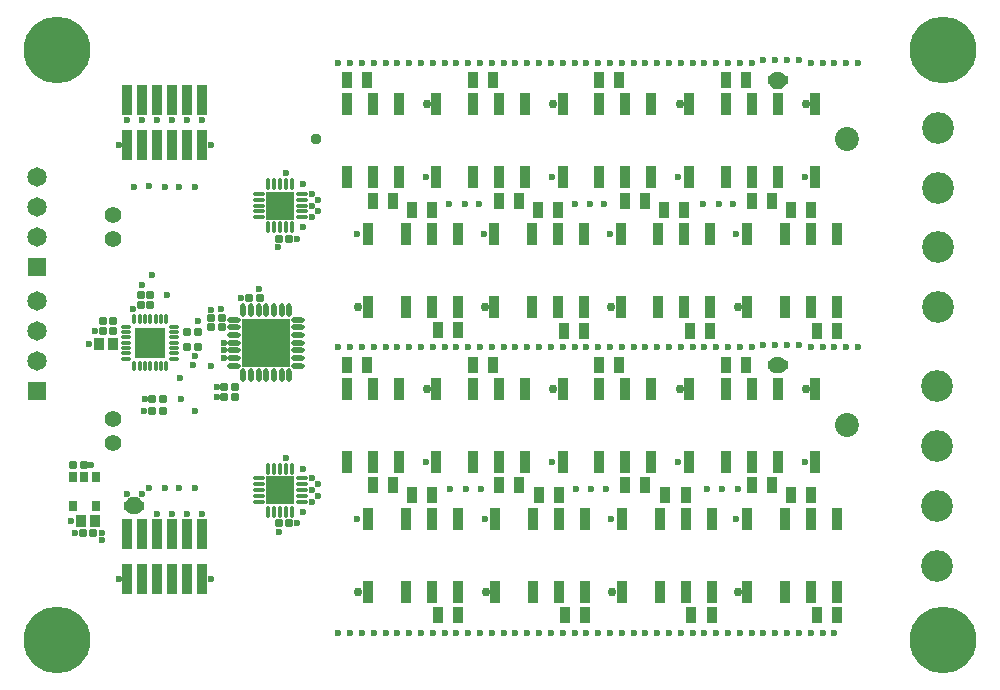
<source format=gts>
G04*
G04 #@! TF.GenerationSoftware,Altium Limited,Altium Designer,20.0.9 (164)*
G04*
G04 Layer_Color=8388736*
%FSLAX25Y25*%
%MOIN*%
G70*
G01*
G75*
%ADD32R,0.03091X0.03091*%
%ADD33O,0.03937X0.01575*%
%ADD34O,0.01575X0.03937*%
%ADD35R,0.09646X0.09646*%
%ADD36R,0.16063X0.16063*%
%ADD37O,0.04528X0.01772*%
%ADD38O,0.01772X0.04528*%
%ADD39R,0.03740X0.05709*%
%ADD40R,0.03347X0.07284*%
%ADD41R,0.10433X0.10433*%
%ADD42O,0.01378X0.03543*%
%ADD43O,0.03543X0.01378*%
G04:AMPARAMS|DCode=44|XSize=26.38mil|YSize=27.95mil|CornerRadius=8.07mil|HoleSize=0mil|Usage=FLASHONLY|Rotation=90.000|XOffset=0mil|YOffset=0mil|HoleType=Round|Shape=RoundedRectangle|*
%AMROUNDEDRECTD44*
21,1,0.02638,0.01181,0,0,90.0*
21,1,0.01024,0.02795,0,0,90.0*
1,1,0.01614,0.00591,0.00512*
1,1,0.01614,0.00591,-0.00512*
1,1,0.01614,-0.00591,-0.00512*
1,1,0.01614,-0.00591,0.00512*
%
%ADD44ROUNDEDRECTD44*%
G04:AMPARAMS|DCode=45|XSize=26.38mil|YSize=27.95mil|CornerRadius=8.07mil|HoleSize=0mil|Usage=FLASHONLY|Rotation=180.000|XOffset=0mil|YOffset=0mil|HoleType=Round|Shape=RoundedRectangle|*
%AMROUNDEDRECTD45*
21,1,0.02638,0.01181,0,0,180.0*
21,1,0.01024,0.02795,0,0,180.0*
1,1,0.01614,-0.00512,0.00591*
1,1,0.01614,0.00512,0.00591*
1,1,0.01614,0.00512,-0.00591*
1,1,0.01614,-0.00512,-0.00591*
%
%ADD45ROUNDEDRECTD45*%
%ADD46R,0.03583X0.10039*%
%ADD47R,0.02756X0.03740*%
%ADD48R,0.03425X0.04134*%
%ADD49R,0.03347X0.03937*%
%ADD50C,0.05591*%
%ADD51C,0.10591*%
%ADD52C,0.06496*%
%ADD53R,0.06496X0.06496*%
%ADD54C,0.07991*%
%ADD55C,0.02362*%
%ADD56C,0.22244*%
%ADD57C,0.03740*%
%ADD58C,0.02953*%
%ADD59C,0.02559*%
%ADD60C,0.03398*%
G36*
X591311Y468937D02*
X591323D01*
X591334Y468935D01*
X591346Y468934D01*
X591357Y468932D01*
X591369Y468930D01*
X591380Y468926D01*
X591391Y468923D01*
X591402Y468919D01*
X591413Y468915D01*
X592332Y468535D01*
X592342Y468530D01*
X592353Y468525D01*
X592363Y468519D01*
X592373Y468514D01*
X592382Y468507D01*
X592392Y468501D01*
X592401Y468493D01*
X592411Y468486D01*
X592419Y468478D01*
X592428Y468471D01*
X593131Y467767D01*
X593139Y467758D01*
X593147Y467750D01*
X593154Y467741D01*
X593161Y467732D01*
X593167Y467722D01*
X593174Y467713D01*
X593179Y467702D01*
X593186Y467692D01*
X593190Y467682D01*
X593195Y467671D01*
X593576Y466752D01*
X593579Y466741D01*
X593584Y466731D01*
X593587Y466719D01*
X593590Y466708D01*
X593592Y466697D01*
X593595Y466685D01*
X593596Y466674D01*
X593598Y466662D01*
Y466651D01*
X593598Y466639D01*
Y466142D01*
Y465644D01*
X593598Y465633D01*
Y465621D01*
X593596Y465610D01*
X593595Y465598D01*
X593592Y465587D01*
X593590Y465575D01*
X593587Y465564D01*
X593584Y465553D01*
X593579Y465542D01*
X593576Y465531D01*
X593195Y464612D01*
X593190Y464602D01*
X593186Y464591D01*
X593179Y464581D01*
X593174Y464571D01*
X593167Y464561D01*
X593161Y464551D01*
X593154Y464543D01*
X593147Y464533D01*
X593139Y464525D01*
X593131Y464516D01*
X592428Y463813D01*
X592419Y463805D01*
X592411Y463797D01*
X592401Y463790D01*
X592392Y463783D01*
X592382Y463777D01*
X592373Y463770D01*
X592363Y463764D01*
X592353Y463758D01*
X592342Y463754D01*
X592332Y463749D01*
X591413Y463368D01*
X591402Y463365D01*
X591391Y463360D01*
X591380Y463357D01*
X591369Y463354D01*
X591357Y463352D01*
X591346Y463349D01*
X591334Y463348D01*
X591323Y463346D01*
X591311D01*
X591299Y463346D01*
X590802D01*
X590756Y463349D01*
X590711Y463360D01*
X590668Y463378D01*
X590628Y463402D01*
X590593Y463432D01*
X590563Y463468D01*
X590551Y463486D01*
X590540Y463468D01*
X590510Y463432D01*
X590474Y463402D01*
X590435Y463378D01*
X590392Y463360D01*
X590346Y463349D01*
X590300Y463346D01*
X589803D01*
X589791Y463346D01*
X589780D01*
X589768Y463348D01*
X589756Y463349D01*
X589745Y463352D01*
X589734Y463354D01*
X589723Y463357D01*
X589711Y463360D01*
X589701Y463365D01*
X589689Y463368D01*
X588771Y463749D01*
X588760Y463754D01*
X588750Y463758D01*
X588740Y463764D01*
X588729Y463770D01*
X588720Y463777D01*
X588710Y463783D01*
X588701Y463790D01*
X588692Y463797D01*
X588684Y463805D01*
X588675Y463813D01*
X587971Y464516D01*
X587964Y464525D01*
X587956Y464533D01*
X587949Y464543D01*
X587941Y464551D01*
X587935Y464562D01*
X587928Y464571D01*
X587923Y464581D01*
X587917Y464591D01*
X587912Y464602D01*
X587907Y464612D01*
X587527Y465531D01*
X587523Y465542D01*
X587519Y465553D01*
X587516Y465564D01*
X587512Y465575D01*
X587510Y465587D01*
X587508Y465598D01*
X587507Y465610D01*
X587505Y465621D01*
Y465633D01*
X587504Y465644D01*
Y466142D01*
Y466639D01*
X587505Y466651D01*
Y466662D01*
X587507Y466674D01*
X587508Y466685D01*
X587510Y466697D01*
X587512Y466708D01*
X587516Y466719D01*
X587519Y466731D01*
X587523Y466741D01*
X587527Y466752D01*
X587907Y467671D01*
X587912Y467682D01*
X587917Y467692D01*
X587923Y467702D01*
X587928Y467713D01*
X587935Y467722D01*
X587941Y467732D01*
X587949Y467741D01*
X587956Y467750D01*
X587964Y467758D01*
X587971Y467767D01*
X588675Y468471D01*
X588684Y468478D01*
X588692Y468486D01*
X588701Y468493D01*
X588710Y468501D01*
X588720Y468507D01*
X588729Y468514D01*
X588740Y468519D01*
X588750Y468525D01*
X588760Y468530D01*
X588771Y468535D01*
X589689Y468915D01*
X589701Y468919D01*
X589711Y468923D01*
X589723Y468926D01*
X589734Y468930D01*
X589745Y468932D01*
X589756Y468934D01*
X589768Y468935D01*
X589780Y468937D01*
X589791D01*
X589803Y468938D01*
X590300D01*
X590346Y468934D01*
X590392Y468923D01*
X590435Y468906D01*
X590474Y468881D01*
X590510Y468851D01*
X590540Y468816D01*
X590551Y468797D01*
X590563Y468816D01*
X590593Y468851D01*
X590628Y468881D01*
X590668Y468906D01*
X590711Y468923D01*
X590756Y468934D01*
X590802Y468938D01*
X591299D01*
X591311Y468937D01*
D02*
G37*
G36*
X591311Y374055D02*
X591323D01*
X591334Y374053D01*
X591346Y374052D01*
X591357Y374050D01*
X591369Y374048D01*
X591380Y374044D01*
X591391Y374042D01*
X591402Y374037D01*
X591413Y374033D01*
X592332Y373653D01*
X592342Y373648D01*
X592353Y373643D01*
X592363Y373637D01*
X592373Y373632D01*
X592382Y373625D01*
X592392Y373619D01*
X592401Y373611D01*
X592411Y373604D01*
X592419Y373596D01*
X592428Y373589D01*
X593131Y372885D01*
X593139Y372877D01*
X593147Y372868D01*
X593154Y372859D01*
X593161Y372850D01*
X593167Y372840D01*
X593174Y372831D01*
X593179Y372820D01*
X593186Y372810D01*
X593190Y372800D01*
X593195Y372789D01*
X593576Y371870D01*
X593579Y371859D01*
X593584Y371849D01*
X593587Y371837D01*
X593590Y371826D01*
X593592Y371815D01*
X593595Y371803D01*
X593596Y371792D01*
X593598Y371780D01*
Y371769D01*
X593598Y371757D01*
Y371260D01*
Y370763D01*
X593598Y370751D01*
Y370739D01*
X593596Y370728D01*
X593595Y370716D01*
X593592Y370705D01*
X593590Y370693D01*
X593587Y370682D01*
X593584Y370671D01*
X593579Y370660D01*
X593576Y370649D01*
X593195Y369730D01*
X593190Y369720D01*
X593186Y369709D01*
X593179Y369699D01*
X593174Y369689D01*
X593167Y369680D01*
X593161Y369670D01*
X593154Y369661D01*
X593147Y369651D01*
X593139Y369643D01*
X593131Y369634D01*
X592428Y368931D01*
X592419Y368923D01*
X592411Y368915D01*
X592401Y368908D01*
X592392Y368901D01*
X592382Y368895D01*
X592373Y368888D01*
X592363Y368883D01*
X592353Y368877D01*
X592342Y368872D01*
X592332Y368867D01*
X591413Y368486D01*
X591402Y368483D01*
X591391Y368478D01*
X591380Y368475D01*
X591369Y368472D01*
X591357Y368470D01*
X591346Y368467D01*
X591334Y368466D01*
X591323Y368465D01*
X591311D01*
X591299Y368464D01*
X590802D01*
X590756Y368467D01*
X590711Y368478D01*
X590668Y368496D01*
X590628Y368520D01*
X590593Y368550D01*
X590563Y368586D01*
X590551Y368604D01*
X590540Y368586D01*
X590510Y368550D01*
X590474Y368520D01*
X590435Y368496D01*
X590392Y368478D01*
X590346Y368467D01*
X590300Y368464D01*
X589803D01*
X589791Y368465D01*
X589780D01*
X589768Y368466D01*
X589757Y368467D01*
X589745Y368470D01*
X589734Y368472D01*
X589723Y368475D01*
X589711Y368478D01*
X589701Y368483D01*
X589689Y368486D01*
X588771Y368867D01*
X588760Y368872D01*
X588750Y368877D01*
X588740Y368883D01*
X588729Y368888D01*
X588720Y368895D01*
X588710Y368901D01*
X588701Y368908D01*
X588692Y368915D01*
X588684Y368923D01*
X588675Y368931D01*
X587971Y369634D01*
X587964Y369643D01*
X587956Y369651D01*
X587949Y369661D01*
X587941Y369670D01*
X587935Y369680D01*
X587928Y369689D01*
X587923Y369699D01*
X587917Y369709D01*
X587912Y369720D01*
X587907Y369730D01*
X587527Y370649D01*
X587523Y370660D01*
X587519Y370671D01*
X587516Y370682D01*
X587512Y370693D01*
X587510Y370705D01*
X587508Y370716D01*
X587507Y370728D01*
X587505Y370739D01*
Y370751D01*
X587504Y370763D01*
Y371260D01*
Y371757D01*
X587505Y371769D01*
Y371780D01*
X587507Y371792D01*
X587508Y371803D01*
X587510Y371815D01*
X587512Y371826D01*
X587516Y371837D01*
X587519Y371849D01*
X587523Y371859D01*
X587527Y371870D01*
X587907Y372789D01*
X587912Y372800D01*
X587917Y372810D01*
X587923Y372820D01*
X587928Y372831D01*
X587935Y372840D01*
X587941Y372850D01*
X587949Y372859D01*
X587956Y372868D01*
X587964Y372877D01*
X587971Y372885D01*
X588675Y373589D01*
X588684Y373596D01*
X588692Y373604D01*
X588701Y373611D01*
X588710Y373619D01*
X588720Y373625D01*
X588729Y373632D01*
X588740Y373637D01*
X588750Y373643D01*
X588760Y373648D01*
X588771Y373653D01*
X589689Y374033D01*
X589701Y374037D01*
X589711Y374042D01*
X589723Y374044D01*
X589734Y374048D01*
X589745Y374050D01*
X589757Y374052D01*
X589768Y374053D01*
X589780Y374055D01*
X589791D01*
X589803Y374056D01*
X590300D01*
X590346Y374052D01*
X590392Y374042D01*
X590435Y374024D01*
X590474Y374000D01*
X590510Y373969D01*
X590540Y373934D01*
X590551Y373915D01*
X590563Y373934D01*
X590593Y373969D01*
X590628Y374000D01*
X590668Y374024D01*
X590711Y374042D01*
X590756Y374052D01*
X590802Y374056D01*
X591299D01*
X591311Y374055D01*
D02*
G37*
G36*
X376744Y327205D02*
X376756D01*
X376767Y327203D01*
X376779Y327202D01*
X376790Y327199D01*
X376802Y327198D01*
X376813Y327194D01*
X376824Y327191D01*
X376835Y327187D01*
X376846Y327183D01*
X377765Y326802D01*
X377775Y326797D01*
X377786Y326793D01*
X377796Y326787D01*
X377806Y326781D01*
X377816Y326775D01*
X377825Y326768D01*
X377834Y326761D01*
X377844Y326754D01*
X377852Y326746D01*
X377861Y326738D01*
X378564Y326035D01*
X378572Y326026D01*
X378580Y326018D01*
X378587Y326009D01*
X378594Y326000D01*
X378600Y325990D01*
X378607Y325980D01*
X378612Y325970D01*
X378619Y325960D01*
X378623Y325949D01*
X378628Y325939D01*
X379009Y325020D01*
X379012Y325009D01*
X379017Y324998D01*
X379020Y324987D01*
X379023Y324976D01*
X379025Y324964D01*
X379028Y324953D01*
X379029Y324941D01*
X379030Y324930D01*
Y324918D01*
X379031Y324907D01*
Y324410D01*
Y323912D01*
X379030Y323901D01*
Y323889D01*
X379029Y323878D01*
X379028Y323866D01*
X379025Y323854D01*
X379023Y323843D01*
X379020Y323832D01*
X379017Y323821D01*
X379012Y323810D01*
X379009Y323799D01*
X378628Y322880D01*
X378623Y322870D01*
X378619Y322859D01*
X378612Y322849D01*
X378607Y322839D01*
X378600Y322829D01*
X378594Y322819D01*
X378587Y322810D01*
X378580Y322801D01*
X378572Y322793D01*
X378564Y322784D01*
X377861Y322081D01*
X377852Y322073D01*
X377844Y322065D01*
X377834Y322058D01*
X377825Y322050D01*
X377816Y322044D01*
X377806Y322038D01*
X377796Y322032D01*
X377786Y322026D01*
X377775Y322022D01*
X377765Y322016D01*
X376846Y321636D01*
X376835Y321632D01*
X376824Y321628D01*
X376813Y321625D01*
X376802Y321621D01*
X376790Y321620D01*
X376779Y321617D01*
X376767Y321616D01*
X376756Y321614D01*
X376744D01*
X376732Y321613D01*
X376235D01*
X376189Y321617D01*
X376144Y321628D01*
X376101Y321646D01*
X376061Y321670D01*
X376026Y321700D01*
X375996Y321735D01*
X375984Y321754D01*
X375973Y321735D01*
X375943Y321700D01*
X375907Y321670D01*
X375868Y321646D01*
X375825Y321628D01*
X375780Y321617D01*
X375733Y321613D01*
X375236D01*
X375224Y321614D01*
X375213D01*
X375201Y321616D01*
X375190Y321617D01*
X375178Y321620D01*
X375167Y321621D01*
X375156Y321625D01*
X375144Y321628D01*
X375134Y321632D01*
X375123Y321636D01*
X374204Y322016D01*
X374193Y322022D01*
X374183Y322026D01*
X374173Y322032D01*
X374162Y322038D01*
X374153Y322044D01*
X374143Y322050D01*
X374134Y322058D01*
X374125Y322065D01*
X374116Y322073D01*
X374108Y322081D01*
X373404Y322784D01*
X373397Y322793D01*
X373389Y322801D01*
X373382Y322810D01*
X373374Y322819D01*
X373368Y322829D01*
X373361Y322839D01*
X373356Y322849D01*
X373350Y322859D01*
X373345Y322870D01*
X373340Y322880D01*
X372960Y323799D01*
X372956Y323810D01*
X372952Y323821D01*
X372949Y323832D01*
X372945Y323843D01*
X372943Y323854D01*
X372941Y323866D01*
X372940Y323878D01*
X372938Y323889D01*
Y323901D01*
X372937Y323912D01*
Y324410D01*
Y324907D01*
X372938Y324918D01*
Y324930D01*
X372940Y324941D01*
X372941Y324953D01*
X372943Y324964D01*
X372945Y324976D01*
X372949Y324987D01*
X372952Y324998D01*
X372956Y325009D01*
X372960Y325020D01*
X373340Y325939D01*
X373345Y325949D01*
X373350Y325960D01*
X373356Y325970D01*
X373361Y325980D01*
X373368Y325990D01*
X373374Y326000D01*
X373382Y326009D01*
X373389Y326018D01*
X373397Y326026D01*
X373404Y326035D01*
X374108Y326738D01*
X374116Y326746D01*
X374125Y326754D01*
X374134Y326761D01*
X374143Y326768D01*
X374153Y326775D01*
X374162Y326781D01*
X374173Y326787D01*
X374183Y326793D01*
X374193Y326797D01*
X374204Y326802D01*
X375123Y327183D01*
X375134Y327187D01*
X375144Y327191D01*
X375156Y327194D01*
X375167Y327198D01*
X375178Y327199D01*
X375190Y327202D01*
X375201Y327203D01*
X375213Y327205D01*
X375224D01*
X375236Y327206D01*
X375733D01*
X375780Y327202D01*
X375825Y327191D01*
X375868Y327173D01*
X375907Y327149D01*
X375943Y327119D01*
X375973Y327084D01*
X375984Y327065D01*
X375996Y327084D01*
X376026Y327119D01*
X376061Y327149D01*
X376101Y327173D01*
X376144Y327191D01*
X376189Y327202D01*
X376235Y327206D01*
X376732D01*
X376744Y327205D01*
D02*
G37*
D32*
X592551Y371260D02*
D03*
X588551Y371260D02*
D03*
X592551Y466142D02*
D03*
X588551D02*
D03*
X373984Y324410D02*
D03*
X377984D02*
D03*
D33*
X417520Y428346D02*
D03*
Y426378D02*
D03*
Y424409D02*
D03*
Y422441D02*
D03*
Y420472D02*
D03*
X431890D02*
D03*
Y422441D02*
D03*
Y424409D02*
D03*
Y426378D02*
D03*
Y428346D02*
D03*
X417520Y333465D02*
D03*
Y331496D02*
D03*
Y329528D02*
D03*
Y327559D02*
D03*
Y325591D02*
D03*
X431890D02*
D03*
Y327559D02*
D03*
Y329528D02*
D03*
Y331496D02*
D03*
Y333465D02*
D03*
D34*
X420768Y417224D02*
D03*
X422736D02*
D03*
X424705D02*
D03*
X426673D02*
D03*
X428642D02*
D03*
Y431595D02*
D03*
X426673D02*
D03*
X424705D02*
D03*
X422736D02*
D03*
X420768D02*
D03*
Y322342D02*
D03*
X422736D02*
D03*
X424705D02*
D03*
X426673D02*
D03*
X428642D02*
D03*
Y336713D02*
D03*
X426673D02*
D03*
X424705D02*
D03*
X422736D02*
D03*
X420768D02*
D03*
D35*
X424705Y424409D02*
D03*
Y329528D02*
D03*
D36*
X420079Y378740D02*
D03*
D37*
X430807Y386417D02*
D03*
Y383858D02*
D03*
Y381299D02*
D03*
Y378740D02*
D03*
Y376181D02*
D03*
Y373622D02*
D03*
Y371063D02*
D03*
X409350D02*
D03*
Y373622D02*
D03*
Y376181D02*
D03*
Y378740D02*
D03*
Y381299D02*
D03*
Y383858D02*
D03*
Y386417D02*
D03*
D38*
X427756Y368012D02*
D03*
X425197D02*
D03*
X422638D02*
D03*
X420079D02*
D03*
X417520D02*
D03*
X414961D02*
D03*
X412402D02*
D03*
Y389469D02*
D03*
X414961D02*
D03*
X417520D02*
D03*
X420079D02*
D03*
X422638D02*
D03*
X425197D02*
D03*
X427756D02*
D03*
D39*
X579921Y466142D02*
D03*
X573228D02*
D03*
X537795D02*
D03*
X531102D02*
D03*
X495669D02*
D03*
X488976D02*
D03*
X453543D02*
D03*
X446850D02*
D03*
X477165Y383071D02*
D03*
X483858D02*
D03*
X519291Y382677D02*
D03*
X525984D02*
D03*
X561417D02*
D03*
X568110D02*
D03*
X603543Y382677D02*
D03*
X610236D02*
D03*
X588583Y425984D02*
D03*
X581890D02*
D03*
X546457D02*
D03*
X539764D02*
D03*
X504331D02*
D03*
X497638D02*
D03*
X462205D02*
D03*
X455512D02*
D03*
X468504Y422835D02*
D03*
X475197D02*
D03*
X510630D02*
D03*
X517323D02*
D03*
X552756D02*
D03*
X559449D02*
D03*
X594882Y422835D02*
D03*
X601575D02*
D03*
X579921Y371260D02*
D03*
X573228D02*
D03*
X588583Y331102D02*
D03*
X581890D02*
D03*
X537795Y371260D02*
D03*
X531102D02*
D03*
X546457Y331102D02*
D03*
X539764D02*
D03*
X495669Y371260D02*
D03*
X488976D02*
D03*
X504331Y331102D02*
D03*
X497638D02*
D03*
X453543Y371260D02*
D03*
X446850D02*
D03*
X462205Y331102D02*
D03*
X455512D02*
D03*
X477165Y287795D02*
D03*
X483858D02*
D03*
X468504Y327953D02*
D03*
X475197D02*
D03*
X519685Y287795D02*
D03*
X526378D02*
D03*
X511024Y327953D02*
D03*
X517717D02*
D03*
X561811Y287795D02*
D03*
X568504D02*
D03*
X553150Y327953D02*
D03*
X559842D02*
D03*
X603543Y287795D02*
D03*
X610236D02*
D03*
X594882Y327953D02*
D03*
X601575D02*
D03*
D40*
X603150Y458268D02*
D03*
X590551D02*
D03*
X581890D02*
D03*
X573228D02*
D03*
Y433858D02*
D03*
X581890D02*
D03*
X590551D02*
D03*
X603150D02*
D03*
X561024Y458268D02*
D03*
X548425D02*
D03*
X539764D02*
D03*
X531102D02*
D03*
Y433858D02*
D03*
X539764D02*
D03*
X548425D02*
D03*
X561024D02*
D03*
X518898Y458268D02*
D03*
X506299D02*
D03*
X497638D02*
D03*
X488976D02*
D03*
Y433858D02*
D03*
X497638D02*
D03*
X506299D02*
D03*
X518898D02*
D03*
X476772Y458268D02*
D03*
X464173D02*
D03*
X455512D02*
D03*
X446850D02*
D03*
Y433858D02*
D03*
X455512D02*
D03*
X464173D02*
D03*
X476772D02*
D03*
X453937Y390551D02*
D03*
X466535D02*
D03*
X475197D02*
D03*
X483858D02*
D03*
Y414961D02*
D03*
X475197D02*
D03*
X466535D02*
D03*
X453937D02*
D03*
X496063Y390551D02*
D03*
X508661D02*
D03*
X517323D02*
D03*
X525984D02*
D03*
Y414961D02*
D03*
X517323D02*
D03*
X508661D02*
D03*
X496063D02*
D03*
X538189Y390551D02*
D03*
X550787D02*
D03*
X559449D02*
D03*
X568110D02*
D03*
Y414961D02*
D03*
X559449D02*
D03*
X550787D02*
D03*
X538189D02*
D03*
X580315Y390551D02*
D03*
X592913D02*
D03*
X601575D02*
D03*
X610236D02*
D03*
Y414961D02*
D03*
X601575D02*
D03*
X592913D02*
D03*
X580315D02*
D03*
Y295669D02*
D03*
X592913D02*
D03*
X601575D02*
D03*
X610236D02*
D03*
Y320079D02*
D03*
X601575D02*
D03*
X592913D02*
D03*
X580315D02*
D03*
X538583Y295669D02*
D03*
X551181D02*
D03*
X559842D02*
D03*
X568504D02*
D03*
Y320079D02*
D03*
X559842D02*
D03*
X551181D02*
D03*
X538583D02*
D03*
X496457Y295669D02*
D03*
X509055D02*
D03*
X517717D02*
D03*
X526378D02*
D03*
Y320079D02*
D03*
X517717D02*
D03*
X509055D02*
D03*
X496457D02*
D03*
X453937Y295669D02*
D03*
X466535D02*
D03*
X475197D02*
D03*
X483858D02*
D03*
Y320079D02*
D03*
X475197D02*
D03*
X466535D02*
D03*
X453937D02*
D03*
X476772Y363386D02*
D03*
X464173D02*
D03*
X455512D02*
D03*
X446850D02*
D03*
X446850Y338976D02*
D03*
X455512Y338976D02*
D03*
X464173Y338976D02*
D03*
X476772D02*
D03*
X518898Y363386D02*
D03*
X506299D02*
D03*
X497638D02*
D03*
X488976D02*
D03*
Y338976D02*
D03*
X497638D02*
D03*
X506299D02*
D03*
X518898D02*
D03*
X561024Y363386D02*
D03*
X548425D02*
D03*
X539764Y363386D02*
D03*
X531102Y363386D02*
D03*
Y338976D02*
D03*
X539764Y338976D02*
D03*
X548425Y338976D02*
D03*
X561024D02*
D03*
X603150Y363386D02*
D03*
X590551D02*
D03*
X581890D02*
D03*
X573228D02*
D03*
Y338976D02*
D03*
X581890D02*
D03*
X590551D02*
D03*
X603150D02*
D03*
D41*
X381398Y378740D02*
D03*
D42*
X386713Y370768D02*
D03*
X384941D02*
D03*
X383169Y370768D02*
D03*
X381398D02*
D03*
X379626Y370768D02*
D03*
X377854D02*
D03*
X376083Y370768D02*
D03*
X376083Y386713D02*
D03*
X377854D02*
D03*
X379626D02*
D03*
X381398Y386713D02*
D03*
X383169Y386713D02*
D03*
X384941D02*
D03*
X386713D02*
D03*
D43*
X373425Y373425D02*
D03*
Y375197D02*
D03*
Y376969D02*
D03*
X373425Y378740D02*
D03*
X373425Y380512D02*
D03*
Y382283D02*
D03*
Y384055D02*
D03*
X389370Y384055D02*
D03*
X389370Y382283D02*
D03*
X389370Y380512D02*
D03*
Y378740D02*
D03*
Y376969D02*
D03*
X389370Y375197D02*
D03*
Y373425D02*
D03*
D44*
X381496Y394646D02*
D03*
Y391181D02*
D03*
X378346Y394646D02*
D03*
Y391181D02*
D03*
D45*
X414409Y393701D02*
D03*
X417874D02*
D03*
X365591Y385827D02*
D03*
X369055D02*
D03*
X406142Y360630D02*
D03*
X409606D02*
D03*
X397165Y382283D02*
D03*
X393701D02*
D03*
X406142Y363779D02*
D03*
X409606D02*
D03*
X427716Y318504D02*
D03*
X424252D02*
D03*
X427716Y413386D02*
D03*
X424252D02*
D03*
X401811Y387008D02*
D03*
X405276D02*
D03*
X401811Y383858D02*
D03*
X405276D02*
D03*
X382126Y355906D02*
D03*
X385591D02*
D03*
X382126Y359842D02*
D03*
X385591D02*
D03*
X362362Y315354D02*
D03*
X358898D02*
D03*
X355748Y337795D02*
D03*
X359213D02*
D03*
X369055Y382677D02*
D03*
X365591D02*
D03*
X393701Y377165D02*
D03*
X397165D02*
D03*
D46*
X398721Y459469D02*
D03*
X398721Y444468D02*
D03*
X393721Y459469D02*
D03*
Y444468D02*
D03*
X388720Y459469D02*
D03*
Y444468D02*
D03*
X383720Y459469D02*
D03*
X383720Y444468D02*
D03*
X378720Y459469D02*
D03*
Y444468D02*
D03*
X373721Y459469D02*
D03*
X373721Y444468D02*
D03*
X398721Y314980D02*
D03*
Y299980D02*
D03*
X393721Y314980D02*
D03*
Y299980D02*
D03*
X388720Y314980D02*
D03*
Y299980D02*
D03*
X383720Y314980D02*
D03*
Y299980D02*
D03*
X378720Y314980D02*
D03*
Y299980D02*
D03*
X373721Y314980D02*
D03*
Y299980D02*
D03*
D47*
X355709Y324213D02*
D03*
X363189Y324213D02*
D03*
X355709Y334055D02*
D03*
X359449Y334055D02*
D03*
X363189Y334055D02*
D03*
D48*
X362992Y319291D02*
D03*
X358268D02*
D03*
D49*
X364173Y378346D02*
D03*
X368898D02*
D03*
D50*
X368898Y413386D02*
D03*
Y421260D02*
D03*
Y353150D02*
D03*
Y345276D02*
D03*
D51*
X643701Y364094D02*
D03*
Y344094D02*
D03*
Y324410D02*
D03*
Y304410D02*
D03*
X644095Y450315D02*
D03*
Y430315D02*
D03*
Y410630D02*
D03*
Y390630D02*
D03*
D52*
X343701Y433937D02*
D03*
Y423937D02*
D03*
Y413937D02*
D03*
Y392598D02*
D03*
Y382598D02*
D03*
Y372598D02*
D03*
D53*
Y403937D02*
D03*
Y362598D02*
D03*
D54*
X613779Y351181D02*
D03*
Y446457D02*
D03*
D55*
X570866Y424803D02*
D03*
X565748D02*
D03*
X575591D02*
D03*
X486221D02*
D03*
X481102D02*
D03*
X490945D02*
D03*
X532677D02*
D03*
X479528Y281890D02*
D03*
X483465D02*
D03*
X475591D02*
D03*
X471654D02*
D03*
X487402D02*
D03*
X491339D02*
D03*
X499213D02*
D03*
X495276D02*
D03*
X463779D02*
D03*
X467717D02*
D03*
X459842D02*
D03*
X455905D02*
D03*
X444095D02*
D03*
X451968D02*
D03*
X448032D02*
D03*
X554331D02*
D03*
X550394D02*
D03*
X558268D02*
D03*
X546457D02*
D03*
X542520D02*
D03*
X534646D02*
D03*
X538583D02*
D03*
X507087D02*
D03*
X503150D02*
D03*
X511024D02*
D03*
X514961D02*
D03*
X530709D02*
D03*
X526772D02*
D03*
X518898D02*
D03*
X522835D02*
D03*
X609449D02*
D03*
X605512D02*
D03*
X601575D02*
D03*
X593701D02*
D03*
X597638D02*
D03*
X566142D02*
D03*
X562205D02*
D03*
X570079D02*
D03*
X574016D02*
D03*
X589764D02*
D03*
X585827D02*
D03*
X577953D02*
D03*
X581890D02*
D03*
X479528Y472047D02*
D03*
X483465D02*
D03*
X475591D02*
D03*
X471654D02*
D03*
X487402D02*
D03*
X491339D02*
D03*
X499213D02*
D03*
X495276D02*
D03*
X463779D02*
D03*
X467717D02*
D03*
X459842D02*
D03*
X455905D02*
D03*
X444095D02*
D03*
X451968D02*
D03*
X448032D02*
D03*
X554331D02*
D03*
X550394D02*
D03*
X558268D02*
D03*
X546457D02*
D03*
X542520D02*
D03*
X534646D02*
D03*
X538583D02*
D03*
X507087D02*
D03*
X503150D02*
D03*
X511024D02*
D03*
X514961D02*
D03*
X530709D02*
D03*
X526772D02*
D03*
X518898D02*
D03*
X522835D02*
D03*
X613386D02*
D03*
X609449D02*
D03*
X617323D02*
D03*
X605512D02*
D03*
X601575D02*
D03*
X593701Y472835D02*
D03*
X597638D02*
D03*
X566142Y472047D02*
D03*
X562205D02*
D03*
X570079D02*
D03*
X574016D02*
D03*
X589764Y472835D02*
D03*
X585827D02*
D03*
X577953Y472047D02*
D03*
X581890D02*
D03*
Y377165D02*
D03*
X577953D02*
D03*
X585827Y377953D02*
D03*
X589764D02*
D03*
X574016Y377165D02*
D03*
X570079D02*
D03*
X562205D02*
D03*
X566142D02*
D03*
X597638Y377953D02*
D03*
X593701D02*
D03*
X601575Y377165D02*
D03*
X605512D02*
D03*
X617323D02*
D03*
X609449D02*
D03*
X613386D02*
D03*
X522835D02*
D03*
X518898D02*
D03*
X526772D02*
D03*
X530709D02*
D03*
X514961D02*
D03*
X511024D02*
D03*
X503150D02*
D03*
X507087D02*
D03*
X538583D02*
D03*
X534646D02*
D03*
X542520D02*
D03*
X546457D02*
D03*
X558268D02*
D03*
X550394D02*
D03*
X554331D02*
D03*
X448032D02*
D03*
X451968D02*
D03*
X444095D02*
D03*
X455905D02*
D03*
X459842D02*
D03*
X467717D02*
D03*
X463779D02*
D03*
X495276D02*
D03*
X499213D02*
D03*
X491339D02*
D03*
X487402D02*
D03*
X471654D02*
D03*
X475591D02*
D03*
X483465D02*
D03*
X479528D02*
D03*
X522835Y424803D02*
D03*
X527953D02*
D03*
X491732Y329921D02*
D03*
X486614D02*
D03*
X481496D02*
D03*
X533465D02*
D03*
X528346D02*
D03*
X523228D02*
D03*
X566929D02*
D03*
X572047D02*
D03*
X577165D02*
D03*
X396457Y330315D02*
D03*
X391151Y330249D02*
D03*
X386221Y330315D02*
D03*
X381103Y330394D02*
D03*
X376032Y430691D02*
D03*
X381103Y430788D02*
D03*
X386221Y430709D02*
D03*
X391151Y430643D02*
D03*
X396457Y430709D02*
D03*
X379382Y356061D02*
D03*
X379528Y359842D02*
D03*
X391339Y366929D02*
D03*
X391732Y359842D02*
D03*
X396457Y355906D02*
D03*
X365354Y312992D02*
D03*
Y315354D02*
D03*
X395669Y371260D02*
D03*
X401575Y370866D02*
D03*
X405118Y389764D02*
D03*
X397244Y385827D02*
D03*
X375590Y389764D02*
D03*
X396457Y374410D02*
D03*
X387008Y394488D02*
D03*
X378510Y397801D02*
D03*
X381890Y401181D02*
D03*
X373721Y452795D02*
D03*
X378720D02*
D03*
X383720D02*
D03*
X388720D02*
D03*
X393721D02*
D03*
X398721D02*
D03*
X373622Y328327D02*
D03*
X378740D02*
D03*
X383720Y321654D02*
D03*
X388720D02*
D03*
X393721D02*
D03*
X398721Y321654D02*
D03*
X370866Y444488D02*
D03*
X401575D02*
D03*
Y300000D02*
D03*
X370866D02*
D03*
X361024Y378346D02*
D03*
X362992Y382677D02*
D03*
X361811Y337795D02*
D03*
X356299Y315354D02*
D03*
X355118Y319291D02*
D03*
X417717Y396457D02*
D03*
X401777Y389754D02*
D03*
X403543Y360630D02*
D03*
Y363779D02*
D03*
X405930Y376146D02*
D03*
X405905Y373622D02*
D03*
Y378740D02*
D03*
X411811Y393701D02*
D03*
X430315Y318504D02*
D03*
X424409Y315748D02*
D03*
X430315Y413386D02*
D03*
X424016Y410630D02*
D03*
X599606Y433858D02*
D03*
X426673Y435138D02*
D03*
X557480Y433858D02*
D03*
X432185Y431595D02*
D03*
X515354Y433858D02*
D03*
X435433Y428346D02*
D03*
X473228Y433858D02*
D03*
X437402Y426378D02*
D03*
X450394Y414961D02*
D03*
X435433Y424409D02*
D03*
X492520Y414961D02*
D03*
X437402Y422441D02*
D03*
X534646Y414961D02*
D03*
X435433Y420472D02*
D03*
X576772Y414961D02*
D03*
X432185Y417224D02*
D03*
X437402Y327559D02*
D03*
X426673Y340256D02*
D03*
X435433Y333465D02*
D03*
X432185Y336713D02*
D03*
Y322342D02*
D03*
X435433Y325591D02*
D03*
X437402Y331496D02*
D03*
X435433Y329528D02*
D03*
X450394Y320079D02*
D03*
X492913D02*
D03*
X535039Y320079D02*
D03*
X576772D02*
D03*
X599606Y338976D02*
D03*
X557480Y338976D02*
D03*
X515354Y338976D02*
D03*
X473228Y338976D02*
D03*
D56*
X645669Y279528D02*
D03*
X350394Y476378D02*
D03*
X645669D02*
D03*
X350394Y279528D02*
D03*
D57*
X436614Y446457D02*
D03*
D58*
X600000Y458268D02*
D03*
X557874Y458268D02*
D03*
X515748Y458268D02*
D03*
X473622Y458268D02*
D03*
X577165Y390551D02*
D03*
X535039D02*
D03*
X492913D02*
D03*
X450787Y390551D02*
D03*
X600000Y363386D02*
D03*
X557874Y363386D02*
D03*
X515748Y363386D02*
D03*
X473622Y363386D02*
D03*
X450787Y295669D02*
D03*
X493307D02*
D03*
X535433Y295669D02*
D03*
X577165D02*
D03*
D59*
X422539Y426575D02*
D03*
X426870D02*
D03*
X422539Y422244D02*
D03*
X426870D02*
D03*
X415748Y374410D02*
D03*
X415748Y378740D02*
D03*
X415748Y383071D02*
D03*
X420079Y374410D02*
D03*
Y378740D02*
D03*
Y383071D02*
D03*
X424409Y374410D02*
D03*
X424409Y378740D02*
D03*
X424409Y383071D02*
D03*
X422539Y331693D02*
D03*
X426870D02*
D03*
X422539Y327362D02*
D03*
X426870D02*
D03*
D60*
X379035Y381102D02*
D03*
X383760D02*
D03*
X379035Y376378D02*
D03*
X383760D02*
D03*
M02*

</source>
